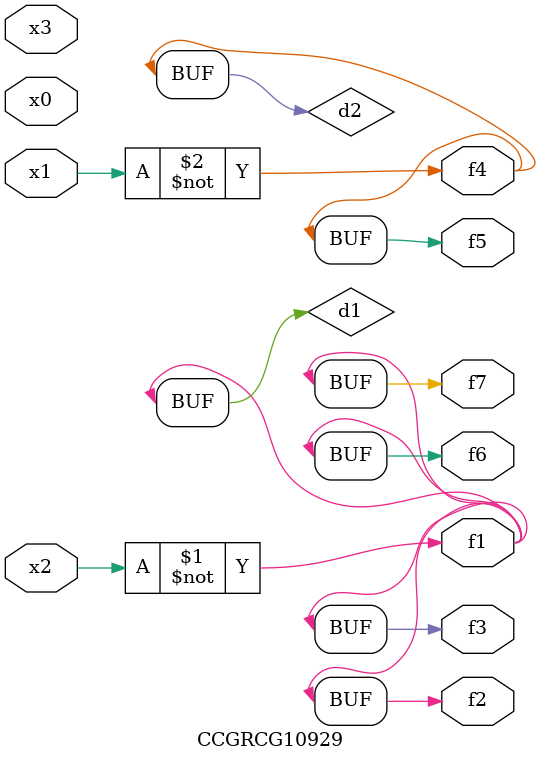
<source format=v>
module CCGRCG10929(
	input x0, x1, x2, x3,
	output f1, f2, f3, f4, f5, f6, f7
);

	wire d1, d2;

	xnor (d1, x2);
	not (d2, x1);
	assign f1 = d1;
	assign f2 = d1;
	assign f3 = d1;
	assign f4 = d2;
	assign f5 = d2;
	assign f6 = d1;
	assign f7 = d1;
endmodule

</source>
